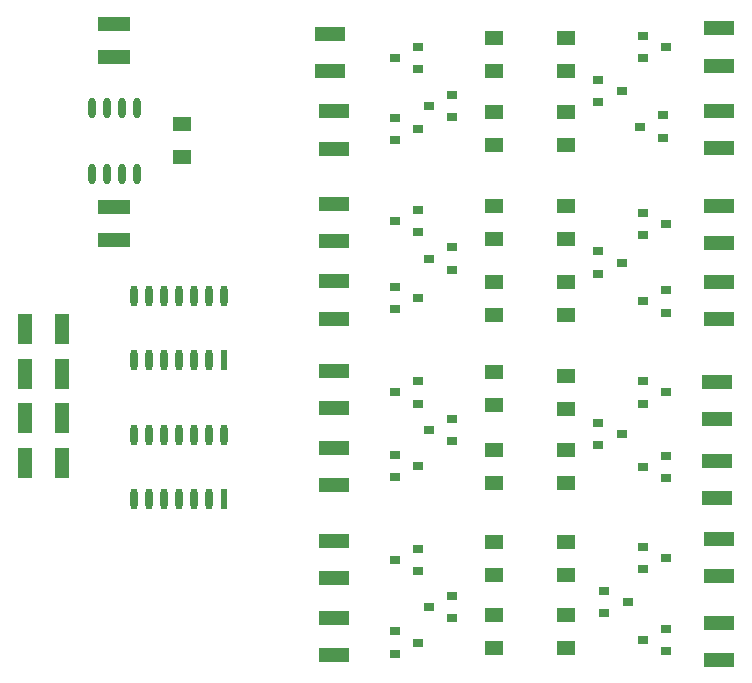
<source format=gbp>
G04*
G04 #@! TF.GenerationSoftware,Altium Limited,Altium Designer,22.6.1 (34)*
G04*
G04 Layer_Color=128*
%FSLAX44Y44*%
%MOMM*%
G71*
G04*
G04 #@! TF.SameCoordinates,44C52635-D950-46A4-BE53-1BE2AF9ACA8F*
G04*
G04*
G04 #@! TF.FilePolarity,Positive*
G04*
G01*
G75*
%ADD23R,2.5000X1.1500*%
%ADD25R,1.1500X2.5000*%
%ADD52R,1.6500X1.2000*%
%ADD53O,0.6000X1.8000*%
%ADD54R,0.6000X1.8000*%
%ADD55R,0.9000X0.8000*%
%ADD56R,2.7000X1.3000*%
%ADD57O,0.6500X1.7500*%
D23*
X1285000Y536750D02*
D03*
Y568250D02*
D03*
X1283000Y603250D02*
D03*
Y634750D02*
D03*
X1285000Y785750D02*
D03*
Y754250D02*
D03*
X958750Y470000D02*
D03*
Y501500D02*
D03*
X955000Y964250D02*
D03*
Y995750D02*
D03*
X958750Y899000D02*
D03*
Y930500D02*
D03*
X958750Y755000D02*
D03*
Y786500D02*
D03*
Y679000D02*
D03*
Y710500D02*
D03*
Y645500D02*
D03*
Y614000D02*
D03*
X1282500Y670000D02*
D03*
Y701500D02*
D03*
X1285000Y930750D02*
D03*
Y899250D02*
D03*
Y1000750D02*
D03*
Y969250D02*
D03*
Y466000D02*
D03*
Y497500D02*
D03*
Y850750D02*
D03*
Y819250D02*
D03*
X958750Y820750D02*
D03*
Y852250D02*
D03*
Y535429D02*
D03*
Y566929D02*
D03*
D25*
X728250Y746250D02*
D03*
X696750D02*
D03*
Y708417D02*
D03*
X728250D02*
D03*
X696750Y670583D02*
D03*
X728250D02*
D03*
Y632750D02*
D03*
X696750D02*
D03*
D52*
X1154750Y476000D02*
D03*
Y504000D02*
D03*
Y644000D02*
D03*
Y616000D02*
D03*
Y757750D02*
D03*
Y785750D02*
D03*
X1093750Y929750D02*
D03*
Y901750D02*
D03*
Y785750D02*
D03*
Y757750D02*
D03*
Y644000D02*
D03*
Y616000D02*
D03*
Y504000D02*
D03*
Y476000D02*
D03*
X829750Y919750D02*
D03*
Y891750D02*
D03*
X1154750Y929750D02*
D03*
Y901750D02*
D03*
Y566179D02*
D03*
Y538179D02*
D03*
Y965000D02*
D03*
Y993000D02*
D03*
X1155000Y706500D02*
D03*
Y678500D02*
D03*
X1154750Y850500D02*
D03*
Y822500D02*
D03*
X1093750Y993000D02*
D03*
Y965000D02*
D03*
Y822500D02*
D03*
Y850500D02*
D03*
Y709750D02*
D03*
Y681750D02*
D03*
Y538179D02*
D03*
Y566179D02*
D03*
D53*
X865350Y774000D02*
D03*
X852650D02*
D03*
X839950D02*
D03*
X827250D02*
D03*
X814550D02*
D03*
X801850D02*
D03*
X789150D02*
D03*
Y720000D02*
D03*
X801850D02*
D03*
X814550D02*
D03*
X827250D02*
D03*
X839950D02*
D03*
X852650D02*
D03*
X789150Y656250D02*
D03*
X801850D02*
D03*
X814550D02*
D03*
X827250D02*
D03*
X839950D02*
D03*
X852650D02*
D03*
X865350D02*
D03*
X789150Y602250D02*
D03*
X801850D02*
D03*
X814550D02*
D03*
X827250D02*
D03*
X839950D02*
D03*
X852650D02*
D03*
D54*
X865350Y720000D02*
D03*
Y602250D02*
D03*
D55*
X1030000Y985250D02*
D03*
Y966250D02*
D03*
X1010000Y975750D02*
D03*
X1038750Y935000D02*
D03*
X1058750Y925500D02*
D03*
Y944500D02*
D03*
X1010000Y692500D02*
D03*
X1030000Y683000D02*
D03*
Y702000D02*
D03*
X1058750Y670250D02*
D03*
Y651250D02*
D03*
X1038750Y660750D02*
D03*
X1240000Y692500D02*
D03*
X1220000Y702000D02*
D03*
Y683000D02*
D03*
Y769500D02*
D03*
X1240000Y760000D02*
D03*
Y779000D02*
D03*
Y835000D02*
D03*
X1220000Y844500D02*
D03*
Y825500D02*
D03*
X1030000Y915410D02*
D03*
X1010000Y924910D02*
D03*
Y905910D02*
D03*
Y620910D02*
D03*
Y639910D02*
D03*
X1030000Y630410D02*
D03*
Y772500D02*
D03*
X1010000Y782000D02*
D03*
Y763000D02*
D03*
X1182500Y793000D02*
D03*
Y812000D02*
D03*
X1202500Y802500D02*
D03*
Y657500D02*
D03*
X1182500Y667000D02*
D03*
Y648000D02*
D03*
X1207500Y515000D02*
D03*
X1187500Y524500D02*
D03*
Y505500D02*
D03*
X1030000Y480750D02*
D03*
X1010000Y490250D02*
D03*
Y471250D02*
D03*
X1030000Y847000D02*
D03*
Y828000D02*
D03*
X1010000Y837500D02*
D03*
X1030000Y560250D02*
D03*
Y541250D02*
D03*
X1010000Y550750D02*
D03*
X1240000Y639000D02*
D03*
Y620000D02*
D03*
X1220000Y629500D02*
D03*
X1202500Y947500D02*
D03*
X1182500Y957000D02*
D03*
Y938000D02*
D03*
X1240000Y985000D02*
D03*
X1220000Y994500D02*
D03*
Y975500D02*
D03*
X1217500Y917500D02*
D03*
X1237500Y908000D02*
D03*
Y927000D02*
D03*
X1220000Y543000D02*
D03*
Y562000D02*
D03*
X1240000Y552500D02*
D03*
Y492500D02*
D03*
Y473500D02*
D03*
X1220000Y483000D02*
D03*
X1058750Y815250D02*
D03*
Y796250D02*
D03*
X1038750Y805750D02*
D03*
Y510750D02*
D03*
X1058750Y501250D02*
D03*
Y520250D02*
D03*
D56*
X772000Y1004250D02*
D03*
Y976250D02*
D03*
X772500Y849750D02*
D03*
Y821750D02*
D03*
D57*
X754100Y933500D02*
D03*
X766800D02*
D03*
X779500D02*
D03*
X792200D02*
D03*
Y877500D02*
D03*
X779500D02*
D03*
X766800D02*
D03*
X754100D02*
D03*
M02*

</source>
